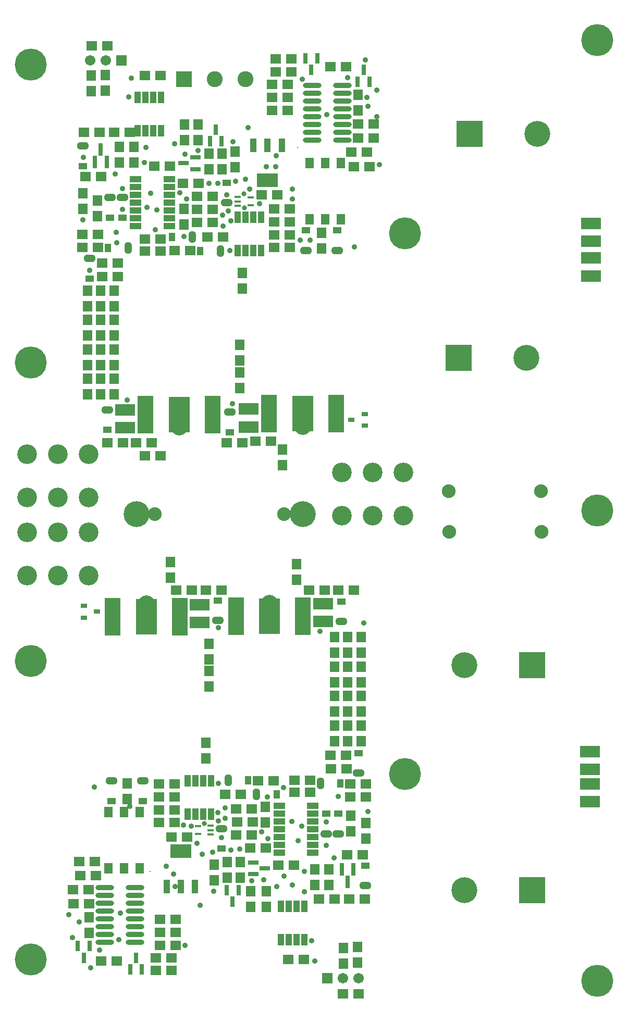
<source format=gts>
G04 Layer_Color=8388736*
%FSLAX25Y25*%
%MOIN*%
G70*
G01*
G75*
G04:AMPARAMS|DCode=29|XSize=39.37mil|YSize=15.75mil|CornerRadius=3.94mil|HoleSize=0mil|Usage=FLASHONLY|Rotation=180.000|XOffset=0mil|YOffset=0mil|HoleType=Round|Shape=RoundedRectangle|*
%AMROUNDEDRECTD29*
21,1,0.03937,0.00787,0,0,180.0*
21,1,0.03150,0.01575,0,0,180.0*
1,1,0.00787,-0.01575,0.00394*
1,1,0.00787,0.01575,0.00394*
1,1,0.00787,0.01575,-0.00394*
1,1,0.00787,-0.01575,-0.00394*
%
%ADD29ROUNDEDRECTD29*%
%ADD59R,0.10209X0.24422*%
%ADD60R,0.13398X0.22847*%
%ADD61R,0.06300X0.07099*%
%ADD62R,0.07099X0.06300*%
%ADD63R,0.12611X0.07296*%
%ADD64R,0.05603X0.04383*%
G04:AMPARAMS|DCode=65|XSize=43.83mil|YSize=70.99mil|CornerRadius=12.96mil|HoleSize=0mil|Usage=FLASHONLY|Rotation=270.000|XOffset=0mil|YOffset=0mil|HoleType=Round|Shape=RoundedRectangle|*
%AMROUNDEDRECTD65*
21,1,0.04383,0.04508,0,0,270.0*
21,1,0.01791,0.07099,0,0,270.0*
1,1,0.02591,-0.02254,-0.00896*
1,1,0.02591,-0.02254,0.00896*
1,1,0.02591,0.02254,0.00896*
1,1,0.02591,0.02254,-0.00896*
%
%ADD65ROUNDEDRECTD65*%
%ADD66R,0.04383X0.05603*%
G04:AMPARAMS|DCode=67|XSize=43.83mil|YSize=70.99mil|CornerRadius=12.96mil|HoleSize=0mil|Usage=FLASHONLY|Rotation=180.000|XOffset=0mil|YOffset=0mil|HoleType=Round|Shape=RoundedRectangle|*
%AMROUNDEDRECTD67*
21,1,0.04383,0.04508,0,0,180.0*
21,1,0.01791,0.07099,0,0,180.0*
1,1,0.02591,-0.00896,0.02254*
1,1,0.02591,0.00896,0.02254*
1,1,0.02591,0.00896,-0.02254*
1,1,0.02591,-0.00896,-0.02254*
%
%ADD67ROUNDEDRECTD67*%
%ADD68R,0.03162X0.06706*%
%ADD69R,0.06706X0.03162*%
%ADD70R,0.07690X0.03950*%
%ADD71R,0.03162X0.07887*%
%ADD72R,0.04147X0.03162*%
%ADD73R,0.03950X0.07690*%
%ADD74R,0.13398X0.09068*%
%ADD75R,0.04343X0.09068*%
%ADD76O,0.11824X0.03556*%
%ADD77R,0.05524X0.07099*%
%ADD78C,0.20485*%
%ADD79C,0.10642*%
%ADD80R,0.10236X0.10236*%
%ADD81C,0.10236*%
%ADD82C,0.06706*%
%ADD83R,0.06706X0.06706*%
%ADD84C,0.16548*%
%ADD85R,0.16548X0.16548*%
%ADD86C,0.12611*%
%ADD87C,0.08800*%
%ADD88C,0.00800*%
%ADD89C,0.03556*%
%ADD90C,0.03162*%
D29*
X346723Y204165D02*
D03*
Y209283D02*
D03*
X354991Y209558D02*
D03*
Y206724D02*
D03*
Y203928D02*
D03*
X372244Y611851D02*
D03*
Y609055D02*
D03*
Y606221D02*
D03*
X380512Y606496D02*
D03*
Y611614D02*
D03*
D59*
X414016Y343701D02*
D03*
X371024D02*
D03*
X392252Y473213D02*
D03*
X435244D02*
D03*
X313252Y472713D02*
D03*
X356244D02*
D03*
X335276Y343307D02*
D03*
X292284D02*
D03*
D60*
X392520Y343701D02*
D03*
X413748Y473213D02*
D03*
X334748Y472713D02*
D03*
X313779Y343307D02*
D03*
D61*
X365387Y176106D02*
D03*
Y186106D02*
D03*
X421427Y181748D02*
D03*
Y171748D02*
D03*
X373728Y176160D02*
D03*
Y186160D02*
D03*
X451071Y263708D02*
D03*
Y273708D02*
D03*
Y282541D02*
D03*
Y292541D02*
D03*
Y301374D02*
D03*
Y311374D02*
D03*
Y320207D02*
D03*
Y330207D02*
D03*
X434213Y320207D02*
D03*
Y330207D02*
D03*
Y311374D02*
D03*
Y301374D02*
D03*
Y292541D02*
D03*
Y282541D02*
D03*
Y263708D02*
D03*
Y273708D02*
D03*
X351964Y252484D02*
D03*
Y262484D02*
D03*
X353843Y316039D02*
D03*
Y326039D02*
D03*
X442642Y263708D02*
D03*
Y273708D02*
D03*
Y282541D02*
D03*
Y292541D02*
D03*
Y301374D02*
D03*
Y311374D02*
D03*
Y320207D02*
D03*
Y330207D02*
D03*
X357119Y174531D02*
D03*
Y184531D02*
D03*
X430680Y171748D02*
D03*
Y181748D02*
D03*
X389796Y211539D02*
D03*
Y221539D02*
D03*
X444594Y216081D02*
D03*
Y206081D02*
D03*
X390514Y157572D02*
D03*
Y167572D02*
D03*
X301532Y226694D02*
D03*
Y236695D02*
D03*
X454043Y211357D02*
D03*
Y201357D02*
D03*
X277321Y140903D02*
D03*
Y150903D02*
D03*
X380421Y167656D02*
D03*
Y157656D02*
D03*
X448851Y121776D02*
D03*
Y131776D02*
D03*
X439796Y121382D02*
D03*
Y131382D02*
D03*
X329171Y378255D02*
D03*
Y368255D02*
D03*
X409880Y377074D02*
D03*
Y367074D02*
D03*
X353843Y298539D02*
D03*
Y308539D02*
D03*
X287439Y690066D02*
D03*
Y680066D02*
D03*
X346813Y648123D02*
D03*
Y658123D02*
D03*
X284593Y485572D02*
D03*
Y495572D02*
D03*
Y504405D02*
D03*
Y514405D02*
D03*
Y523238D02*
D03*
Y533238D02*
D03*
Y542071D02*
D03*
Y552071D02*
D03*
X449126Y677238D02*
D03*
Y667238D02*
D03*
X273191Y614422D02*
D03*
Y604422D02*
D03*
X425703Y579084D02*
D03*
Y589084D02*
D03*
X278383Y679673D02*
D03*
Y689673D02*
D03*
X305807Y644031D02*
D03*
Y634031D02*
D03*
X353900Y629619D02*
D03*
Y639619D02*
D03*
X293022Y542071D02*
D03*
Y552071D02*
D03*
Y533238D02*
D03*
Y523238D02*
D03*
Y514405D02*
D03*
Y504405D02*
D03*
X276164Y542071D02*
D03*
Y552071D02*
D03*
Y523238D02*
D03*
Y533238D02*
D03*
Y504405D02*
D03*
Y514405D02*
D03*
Y485572D02*
D03*
Y495572D02*
D03*
X293022Y485572D02*
D03*
Y495572D02*
D03*
X338226Y648176D02*
D03*
Y658177D02*
D03*
X282640Y609698D02*
D03*
Y599698D02*
D03*
X337832Y594240D02*
D03*
Y604240D02*
D03*
X296555Y634031D02*
D03*
Y644031D02*
D03*
X370510Y630854D02*
D03*
Y640854D02*
D03*
X375271Y563295D02*
D03*
Y553295D02*
D03*
X400750Y440249D02*
D03*
Y450249D02*
D03*
X373391Y499740D02*
D03*
Y489740D02*
D03*
Y517240D02*
D03*
Y507239D02*
D03*
X362242Y639673D02*
D03*
Y629673D02*
D03*
D62*
X398246Y184246D02*
D03*
X408246D02*
D03*
X374334Y229595D02*
D03*
X364334D02*
D03*
X418428Y238650D02*
D03*
X408428D02*
D03*
X381814Y211879D02*
D03*
X371814D02*
D03*
X381027Y203611D02*
D03*
X371027D02*
D03*
X381027Y220146D02*
D03*
X371027D02*
D03*
X441643Y254696D02*
D03*
X431643D02*
D03*
X444309Y227946D02*
D03*
X454309D02*
D03*
X444255Y236288D02*
D03*
X454255D02*
D03*
X441710Y246057D02*
D03*
X431710D02*
D03*
X408428Y230776D02*
D03*
X418428D02*
D03*
X331868Y236214D02*
D03*
X321868D02*
D03*
X321814Y228021D02*
D03*
X331814D02*
D03*
X339742Y202356D02*
D03*
X329742D02*
D03*
X395253Y238183D02*
D03*
X385254D02*
D03*
X321814Y219753D02*
D03*
X331814D02*
D03*
X404491Y124083D02*
D03*
X414491D02*
D03*
X424176Y162666D02*
D03*
X434176D02*
D03*
X321814Y211485D02*
D03*
X331814D02*
D03*
X320020Y116820D02*
D03*
X330020D02*
D03*
X277227Y159676D02*
D03*
X267228D02*
D03*
X332382Y141251D02*
D03*
X322382D02*
D03*
X342891Y360230D02*
D03*
X332891D02*
D03*
X270717Y186750D02*
D03*
X280717D02*
D03*
X452340Y190939D02*
D03*
X442340D02*
D03*
X453521Y162592D02*
D03*
X443521D02*
D03*
X320020Y124995D02*
D03*
X330020D02*
D03*
X322373Y149550D02*
D03*
X332373D02*
D03*
X276834Y168676D02*
D03*
X266834D02*
D03*
X281558Y177676D02*
D03*
X271558D02*
D03*
X322382Y133039D02*
D03*
X332382D02*
D03*
X294860Y122828D02*
D03*
X284860D02*
D03*
X446387Y360242D02*
D03*
X436387D02*
D03*
X427887D02*
D03*
X417887D02*
D03*
X390135Y195269D02*
D03*
X380135D02*
D03*
X273713Y653187D02*
D03*
X283713D02*
D03*
X274894Y624840D02*
D03*
X284894D02*
D03*
X288885Y708625D02*
D03*
X278885D02*
D03*
X439461Y102006D02*
D03*
X449461D02*
D03*
X347099Y620510D02*
D03*
X337099D02*
D03*
X272979Y579491D02*
D03*
X282979D02*
D03*
X272926Y587832D02*
D03*
X282926D02*
D03*
X395421Y596026D02*
D03*
X405420D02*
D03*
X449220Y658465D02*
D03*
X459220D02*
D03*
X431587Y695313D02*
D03*
X441587D02*
D03*
X404065Y683921D02*
D03*
X394065D02*
D03*
X444889Y640465D02*
D03*
X454889D02*
D03*
X449220Y649465D02*
D03*
X459220D02*
D03*
X404074Y667410D02*
D03*
X394074D02*
D03*
X406428Y691965D02*
D03*
X396428D02*
D03*
X456517Y631391D02*
D03*
X446517D02*
D03*
X394065Y675709D02*
D03*
X404065D02*
D03*
X406428Y700140D02*
D03*
X396428D02*
D03*
X293058Y653113D02*
D03*
X303058D02*
D03*
X395421Y604294D02*
D03*
X405420D02*
D03*
X362901Y586184D02*
D03*
X352901D02*
D03*
X322743Y577129D02*
D03*
X312743D02*
D03*
X356208Y603900D02*
D03*
X346208D02*
D03*
X356208Y595632D02*
D03*
X346208D02*
D03*
X356208Y612168D02*
D03*
X346208D02*
D03*
X295591Y561083D02*
D03*
X285591D02*
D03*
X318989Y631533D02*
D03*
X328989D02*
D03*
X312743Y689727D02*
D03*
X322743D02*
D03*
X395421Y587758D02*
D03*
X405420D02*
D03*
X405367Y579565D02*
D03*
X395367D02*
D03*
X341981Y577596D02*
D03*
X331981D02*
D03*
X312743Y585003D02*
D03*
X322743D02*
D03*
X295524Y569722D02*
D03*
X285524D02*
D03*
X387493Y613423D02*
D03*
X397493D02*
D03*
X383556Y455549D02*
D03*
X393556D02*
D03*
X307221Y454750D02*
D03*
X317221D02*
D03*
X288721D02*
D03*
X298721D02*
D03*
X322743Y446420D02*
D03*
X312743D02*
D03*
X361868Y360230D02*
D03*
X351868D02*
D03*
X365131Y454525D02*
D03*
X375131D02*
D03*
D63*
X597638Y257087D02*
D03*
Y245669D02*
D03*
X598032Y572835D02*
D03*
Y561417D02*
D03*
Y594882D02*
D03*
Y583465D02*
D03*
X597638Y236221D02*
D03*
Y224803D02*
D03*
X347987Y351066D02*
D03*
Y339649D02*
D03*
X426987Y351566D02*
D03*
Y340149D02*
D03*
X379248Y464713D02*
D03*
Y476130D02*
D03*
X300248Y464213D02*
D03*
Y475630D02*
D03*
D64*
X359518Y353712D02*
D03*
X367323Y461280D02*
D03*
X449676Y256074D02*
D03*
X436683Y217098D02*
D03*
X428809D02*
D03*
X361880Y194775D02*
D03*
X454006Y184027D02*
D03*
X291492Y225336D02*
D03*
X311492D02*
D03*
X438487Y353003D02*
D03*
X273228Y631752D02*
D03*
X277559Y559705D02*
D03*
X415742Y590443D02*
D03*
X435743D02*
D03*
X298425Y598681D02*
D03*
X290551D02*
D03*
X365354Y621004D02*
D03*
X288748Y462776D02*
D03*
D65*
X359518Y340838D02*
D03*
X367323Y474154D02*
D03*
X449676Y243200D02*
D03*
X436683Y204224D02*
D03*
X428809D02*
D03*
X361880Y207649D02*
D03*
X454006Y171153D02*
D03*
X291492Y238210D02*
D03*
X311492D02*
D03*
X438487Y340129D02*
D03*
X273228Y644626D02*
D03*
X277559Y572579D02*
D03*
X415742Y577569D02*
D03*
X435743D02*
D03*
X298425Y611555D02*
D03*
X290551D02*
D03*
X365354Y608130D02*
D03*
X288748Y475650D02*
D03*
D66*
X397058Y229558D02*
D03*
X378947Y238613D02*
D03*
X438002Y236645D02*
D03*
X348287Y577166D02*
D03*
X330177Y586221D02*
D03*
X289232Y579134D02*
D03*
D67*
X384183Y229558D02*
D03*
X366073Y238613D02*
D03*
X425128Y236645D02*
D03*
X361161Y577166D02*
D03*
X343051Y586221D02*
D03*
X302106Y579134D02*
D03*
D68*
X368967Y160857D02*
D03*
X365227Y168338D02*
D03*
X372707D02*
D03*
X307156Y125031D02*
D03*
X310896Y117550D02*
D03*
X303416D02*
D03*
X273691Y125031D02*
D03*
X269951Y132511D02*
D03*
X277432D02*
D03*
X358268Y654921D02*
D03*
X362008Y647441D02*
D03*
X354528D02*
D03*
X419291Y693110D02*
D03*
X415551Y700591D02*
D03*
X423032D02*
D03*
X452756Y693110D02*
D03*
X456496Y685630D02*
D03*
X449016D02*
D03*
D69*
X389636Y182314D02*
D03*
X382156Y178574D02*
D03*
Y186054D02*
D03*
X337598Y633465D02*
D03*
X345079Y637205D02*
D03*
Y629725D02*
D03*
D70*
X420246Y192353D02*
D03*
Y197353D02*
D03*
Y202354D02*
D03*
Y207353D02*
D03*
Y212353D02*
D03*
Y217354D02*
D03*
Y222354D02*
D03*
X398790Y192353D02*
D03*
Y197353D02*
D03*
Y202354D02*
D03*
Y207353D02*
D03*
Y212353D02*
D03*
Y217354D02*
D03*
Y222354D02*
D03*
X306988Y623425D02*
D03*
Y618425D02*
D03*
Y613425D02*
D03*
Y608425D02*
D03*
Y603425D02*
D03*
Y598425D02*
D03*
Y593425D02*
D03*
X328445Y623425D02*
D03*
Y618425D02*
D03*
Y613425D02*
D03*
Y608425D02*
D03*
Y603425D02*
D03*
Y598425D02*
D03*
Y593425D02*
D03*
D71*
X442589Y173653D02*
D03*
X438849Y181527D02*
D03*
X446329D02*
D03*
X284646Y642126D02*
D03*
X288386Y634252D02*
D03*
X280906D02*
D03*
D72*
X282254Y346487D02*
D03*
X273790Y342747D02*
D03*
Y350228D02*
D03*
X444980Y469291D02*
D03*
X453445Y473032D02*
D03*
Y465551D02*
D03*
D73*
X340207Y216861D02*
D03*
X345207D02*
D03*
X350207D02*
D03*
X355207D02*
D03*
X340207Y238318D02*
D03*
X345207D02*
D03*
X350207D02*
D03*
X355207D02*
D03*
X399980Y136516D02*
D03*
X404980D02*
D03*
X409980D02*
D03*
X414980D02*
D03*
X399980Y157972D02*
D03*
X404980D02*
D03*
X409980D02*
D03*
X414980D02*
D03*
X323248Y675689D02*
D03*
X318248D02*
D03*
X313248D02*
D03*
X308248D02*
D03*
X323248Y654232D02*
D03*
X318248D02*
D03*
X313248D02*
D03*
X308248D02*
D03*
X387028Y598917D02*
D03*
X382028D02*
D03*
X377028D02*
D03*
X372028D02*
D03*
X387028Y577461D02*
D03*
X382028D02*
D03*
X377028D02*
D03*
X372028D02*
D03*
D74*
X391339Y622638D02*
D03*
X335827Y193110D02*
D03*
D75*
X382283Y645079D02*
D03*
X391339D02*
D03*
X400394D02*
D03*
X326772Y170669D02*
D03*
X335827D02*
D03*
X344882D02*
D03*
D76*
X439173Y648248D02*
D03*
Y653248D02*
D03*
Y658248D02*
D03*
Y663248D02*
D03*
Y668248D02*
D03*
Y673248D02*
D03*
Y678248D02*
D03*
Y683248D02*
D03*
X419882Y648248D02*
D03*
Y653248D02*
D03*
Y658248D02*
D03*
Y663248D02*
D03*
Y668248D02*
D03*
Y673248D02*
D03*
Y678248D02*
D03*
Y683248D02*
D03*
X306565Y134893D02*
D03*
Y139893D02*
D03*
Y144893D02*
D03*
Y149893D02*
D03*
Y154893D02*
D03*
Y159893D02*
D03*
Y164893D02*
D03*
Y169893D02*
D03*
X287274Y134893D02*
D03*
Y139893D02*
D03*
Y144893D02*
D03*
Y149893D02*
D03*
Y154893D02*
D03*
Y159893D02*
D03*
Y164893D02*
D03*
Y169893D02*
D03*
D77*
X418065Y597487D02*
D03*
X428065D02*
D03*
X438065D02*
D03*
X418065Y633471D02*
D03*
X428065D02*
D03*
X438065D02*
D03*
X289563Y182308D02*
D03*
X299563D02*
D03*
X309563D02*
D03*
X289563Y218292D02*
D03*
X299563D02*
D03*
X309563D02*
D03*
D78*
X479291Y242598D02*
D03*
Y588583D02*
D03*
X240000Y314934D02*
D03*
X602205Y712205D02*
D03*
Y110158D02*
D03*
Y411181D02*
D03*
X240000Y124094D02*
D03*
Y505774D02*
D03*
Y696614D02*
D03*
D79*
X392520Y351969D02*
D03*
X413748Y464945D02*
D03*
X334748Y464445D02*
D03*
X313779Y351575D02*
D03*
D80*
X337795Y687402D02*
D03*
D81*
X357480D02*
D03*
X377165D02*
D03*
D82*
X449528Y111811D02*
D03*
X439528D02*
D03*
X277953Y699213D02*
D03*
X287953D02*
D03*
D83*
X429528Y111811D02*
D03*
X297953Y699213D02*
D03*
D84*
X517323Y168110D02*
D03*
X563779Y652362D02*
D03*
X556693Y509055D02*
D03*
X517323Y312205D02*
D03*
X413779Y409055D02*
D03*
X307480D02*
D03*
D85*
X560630Y168110D02*
D03*
X520472Y652362D02*
D03*
X513386Y509055D02*
D03*
X560630Y312205D02*
D03*
D86*
X478346Y407874D02*
D03*
X458661D02*
D03*
X438976D02*
D03*
X478346Y435433D02*
D03*
X458661D02*
D03*
X438976D02*
D03*
X276772Y369685D02*
D03*
X257087D02*
D03*
X237402D02*
D03*
X276772Y397244D02*
D03*
X257087D02*
D03*
X237402D02*
D03*
Y447244D02*
D03*
X257087D02*
D03*
X276772D02*
D03*
X237402Y419685D02*
D03*
X257087D02*
D03*
X276772D02*
D03*
D87*
X319291Y409055D02*
D03*
X401968D02*
D03*
X507402Y397716D02*
D03*
X566457D02*
D03*
X507087Y423463D02*
D03*
X566142D02*
D03*
D88*
X410472Y643543D02*
D03*
X316142Y180157D02*
D03*
D89*
X353900Y620510D02*
D03*
X346850Y641732D02*
D03*
X362598Y600394D02*
D03*
X377165Y623229D02*
D03*
X296063Y136614D02*
D03*
X361810Y201968D02*
D03*
X401968Y177165D02*
D03*
X407086Y171653D02*
D03*
X338583Y133071D02*
D03*
X270935Y148062D02*
D03*
X264173Y152756D02*
D03*
X303150Y222047D02*
D03*
X326378Y183465D02*
D03*
X367877Y193769D02*
D03*
X331102Y178740D02*
D03*
X414961Y167323D02*
D03*
X455512Y218504D02*
D03*
X436614Y228346D02*
D03*
X401575Y233858D02*
D03*
X332087Y170669D02*
D03*
X273622Y637402D02*
D03*
X312426Y634031D02*
D03*
X298425Y603937D02*
D03*
X414900Y180210D02*
D03*
X410790Y200068D02*
D03*
X364334Y214241D02*
D03*
Y220934D02*
D03*
X266605Y137826D02*
D03*
X373389Y194556D02*
D03*
X388744Y174872D02*
D03*
X413153Y209123D02*
D03*
X428901Y196918D02*
D03*
X428901Y211879D02*
D03*
X280476Y234320D02*
D03*
X360003Y236682D02*
D03*
X359610Y217785D02*
D03*
X297313Y153574D02*
D03*
X368897Y479527D02*
D03*
X301575Y481890D02*
D03*
X283927Y129952D02*
D03*
X278346Y118504D02*
D03*
X461024Y680315D02*
D03*
X455512Y670079D02*
D03*
X413386Y687402D02*
D03*
X442520Y688189D02*
D03*
X429134Y664567D02*
D03*
X378740Y656299D02*
D03*
X396850Y638189D02*
D03*
X331890Y646063D02*
D03*
X338582Y639370D02*
D03*
X369291Y647244D02*
D03*
X313386Y643701D02*
D03*
X386221Y607480D02*
D03*
X293701Y626706D02*
D03*
X314173Y605118D02*
D03*
X320472Y603544D02*
D03*
X316535Y614173D02*
D03*
X365354Y613386D02*
D03*
X337795Y586614D02*
D03*
X396457Y631103D02*
D03*
X390551D02*
D03*
X446850Y579921D02*
D03*
X298425Y617323D02*
D03*
X412205Y584252D02*
D03*
X407087Y616929D02*
D03*
Y610630D02*
D03*
X418504Y584252D02*
D03*
X273228Y597244D02*
D03*
X294488Y589370D02*
D03*
X319685Y590945D02*
D03*
X294882Y582677D02*
D03*
X277559Y564961D02*
D03*
X367323Y577559D02*
D03*
X359449Y620473D02*
D03*
X304331Y687795D02*
D03*
X391596Y201346D02*
D03*
X381102Y174409D02*
D03*
X391339Y227953D02*
D03*
X406693Y212205D02*
D03*
X452756Y339370D02*
D03*
X359842Y336221D02*
D03*
X424803Y333858D02*
D03*
X453937Y699606D02*
D03*
X454724Y675591D02*
D03*
X461024Y663386D02*
D03*
X462992Y632677D02*
D03*
X419685Y135827D02*
D03*
X421654Y122835D02*
D03*
X362992Y593307D02*
D03*
X367716Y596456D02*
D03*
X370921Y621783D02*
D03*
X356693Y167717D02*
D03*
X348031Y158661D02*
D03*
X349606Y191338D02*
D03*
X346062Y198425D02*
D03*
X433858Y188976D02*
D03*
X302362Y675984D02*
D03*
X356298Y192519D02*
D03*
X387402Y205512D02*
D03*
X397244Y170472D02*
D03*
X359842Y212598D02*
D03*
X337638Y210079D02*
D03*
X342361Y209370D02*
D03*
X335276Y614488D02*
D03*
X366063Y602913D02*
D03*
X339606Y610472D02*
D03*
X379921Y616850D02*
D03*
D90*
X350841Y210774D02*
D03*
X376220Y613937D02*
D03*
X376394Y605005D02*
D03*
M02*

</source>
